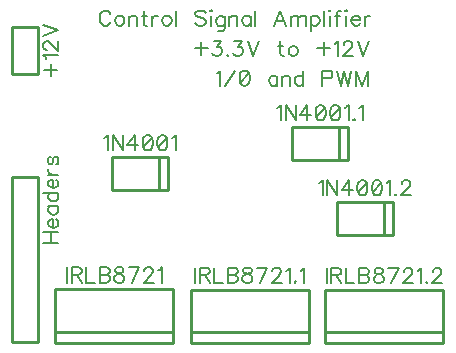
<source format=gto>
G04 DipTrace 3.2.0.1*
G04 TopSilk.gto*
%MOIN*%
G04 #@! TF.FileFunction,Legend,Top*
G04 #@! TF.Part,Single*
%ADD10C,0.009843*%
%ADD41C,0.00772*%
%FSLAX26Y26*%
G04*
G70*
G90*
G75*
G01*
G04 TopSilk*
%LPD*%
X550394Y1425591D2*
D10*
Y1583071D1*
X637008Y1425591D2*
Y1583071D1*
X550394Y1425591D2*
X637008D1*
X550394Y1583071D2*
X637008D1*
X1070785Y1148819D2*
Y1038583D1*
X1068762D2*
X883600D1*
X1040937Y1148819D2*
Y1038583D1*
X883600Y1148819D2*
Y1038583D1*
X1068762Y1148819D2*
X883600D1*
X1670785Y1248819D2*
Y1138583D1*
X1668762D2*
X1483600D1*
X1640937Y1248819D2*
Y1138583D1*
X1483600Y1248819D2*
Y1138583D1*
X1668762Y1248819D2*
X1483600D1*
X1820785Y998819D2*
Y888583D1*
X1818762D2*
X1633600D1*
X1790937Y998819D2*
Y888583D1*
X1633600Y998819D2*
Y888583D1*
X1818762Y998819D2*
X1633600D1*
X637008Y1083071D2*
Y531890D1*
X550394Y1083071D2*
Y531890D1*
X637008Y1083071D2*
X550394D1*
X637008Y531890D2*
X550394D1*
X1087381Y530822D2*
X693680D1*
Y707987D1*
X1087381D1*
Y530822D1*
Y566255D2*
X693680D1*
X1538133Y530070D2*
X1144432D1*
Y707235D1*
X1538133D1*
Y530070D1*
Y565503D2*
X1144432D1*
X1987381Y528942D2*
X1593680D1*
Y706108D1*
X1987381D1*
Y528942D1*
Y564375D2*
X1593680D1*
X657587Y1439278D2*
D41*
X700642D1*
X679142Y1417778D2*
Y1460833D1*
X663584Y1476272D2*
X661152Y1481080D1*
X654022Y1488265D1*
X704207D1*
X665960Y1506137D2*
X663584D1*
X658775Y1508513D1*
X656398Y1510890D1*
X654022Y1515698D1*
Y1525260D1*
X656398Y1530013D1*
X658775Y1532390D1*
X663584Y1534821D1*
X668337D1*
X673145Y1532390D1*
X680275Y1527636D1*
X704207Y1503705D1*
Y1537198D1*
X653967Y1552637D2*
X704207Y1571760D1*
X653967Y1590884D1*
X857415Y1212425D2*
X862223Y1214857D1*
X869408Y1221987D1*
Y1171802D1*
X918341Y1222042D2*
Y1171802D1*
X884847Y1222042D1*
Y1171802D1*
X957712D2*
Y1221987D1*
X933780Y1188549D1*
X969650D1*
X999459Y1221987D2*
X992274Y1219610D1*
X987466Y1212425D1*
X985089Y1200487D1*
Y1193302D1*
X987466Y1181364D1*
X992274Y1174179D1*
X999459Y1171802D1*
X1004212D1*
X1011397Y1174179D1*
X1016150Y1181364D1*
X1018582Y1193302D1*
Y1200487D1*
X1016150Y1212425D1*
X1011397Y1219610D1*
X1004212Y1221987D1*
X999459D1*
X1016150Y1212425D2*
X987466Y1181364D1*
X1048392Y1221987D2*
X1041207Y1219610D1*
X1036398Y1212425D1*
X1034022Y1200487D1*
Y1193302D1*
X1036398Y1181364D1*
X1041207Y1174179D1*
X1048392Y1171802D1*
X1053145D1*
X1060330Y1174179D1*
X1065083Y1181364D1*
X1067515Y1193302D1*
Y1200487D1*
X1065083Y1212425D1*
X1060330Y1219610D1*
X1053145Y1221987D1*
X1048392D1*
X1065083Y1212425D2*
X1036398Y1181364D1*
X1082954Y1212425D2*
X1087763Y1214857D1*
X1094948Y1221987D1*
Y1171802D1*
X1433574Y1312425D2*
X1438383Y1314857D1*
X1445568Y1321987D1*
Y1271802D1*
X1494500Y1322042D2*
Y1271802D1*
X1461007Y1322042D1*
Y1271802D1*
X1533871D2*
Y1321987D1*
X1509940Y1288549D1*
X1545810D1*
X1575619Y1321987D2*
X1568434Y1319610D1*
X1563625Y1312425D1*
X1561249Y1300487D1*
Y1293302D1*
X1563625Y1281364D1*
X1568434Y1274179D1*
X1575619Y1271802D1*
X1580372D1*
X1587557Y1274179D1*
X1592310Y1281364D1*
X1594742Y1293302D1*
Y1300487D1*
X1592310Y1312425D1*
X1587557Y1319610D1*
X1580372Y1321987D1*
X1575619D1*
X1592310Y1312425D2*
X1563625Y1281364D1*
X1624551Y1321987D2*
X1617366Y1319610D1*
X1612558Y1312425D1*
X1610181Y1300487D1*
Y1293302D1*
X1612558Y1281364D1*
X1617366Y1274179D1*
X1624551Y1271802D1*
X1629305D1*
X1636490Y1274179D1*
X1641243Y1281364D1*
X1643675Y1293302D1*
Y1300487D1*
X1641243Y1312425D1*
X1636490Y1319610D1*
X1629305Y1321987D1*
X1624551D1*
X1641243Y1312425D2*
X1612558Y1281364D1*
X1659114Y1312425D2*
X1663922Y1314857D1*
X1671107Y1321987D1*
Y1271802D1*
X1688923Y1276610D2*
X1686547Y1274179D1*
X1688923Y1271802D1*
X1691355Y1274179D1*
X1688923Y1276610D1*
X1706794Y1312425D2*
X1711603Y1314857D1*
X1718788Y1321987D1*
Y1271802D1*
X1572824Y1062425D2*
X1577633Y1064857D1*
X1584818Y1071987D1*
Y1021802D1*
X1633750Y1072042D2*
Y1021802D1*
X1600257Y1072042D1*
Y1021802D1*
X1673121D2*
Y1071987D1*
X1649190Y1038549D1*
X1685060D1*
X1714869Y1071987D2*
X1707684Y1069610D1*
X1702875Y1062425D1*
X1700499Y1050487D1*
Y1043302D1*
X1702875Y1031364D1*
X1707684Y1024179D1*
X1714869Y1021802D1*
X1719622D1*
X1726807Y1024179D1*
X1731560Y1031364D1*
X1733992Y1043302D1*
Y1050487D1*
X1731560Y1062425D1*
X1726807Y1069610D1*
X1719622Y1071987D1*
X1714869D1*
X1731560Y1062425D2*
X1702875Y1031364D1*
X1763802Y1071987D2*
X1756617Y1069610D1*
X1751808Y1062425D1*
X1749431Y1050487D1*
Y1043302D1*
X1751808Y1031364D1*
X1756617Y1024179D1*
X1763802Y1021802D1*
X1768555D1*
X1775740Y1024179D1*
X1780493Y1031364D1*
X1782925Y1043302D1*
Y1050487D1*
X1780493Y1062425D1*
X1775740Y1069610D1*
X1768555Y1071987D1*
X1763802D1*
X1780493Y1062425D2*
X1751808Y1031364D1*
X1798364Y1062425D2*
X1803172Y1064857D1*
X1810358Y1071987D1*
Y1021802D1*
X1828173Y1026610D2*
X1825797Y1024179D1*
X1828173Y1021802D1*
X1830605Y1024179D1*
X1828173Y1026610D1*
X1848476Y1060048D2*
Y1062425D1*
X1850853Y1067234D1*
X1853230Y1069610D1*
X1858038Y1071987D1*
X1867600D1*
X1872353Y1069610D1*
X1874729Y1067234D1*
X1877161Y1062425D1*
Y1057672D1*
X1874729Y1052863D1*
X1869976Y1045734D1*
X1846044Y1021802D1*
X1879538D1*
X653967Y864303D2*
X704207D1*
X653967Y897796D2*
X704207D1*
X677898Y864303D2*
Y897796D1*
X685083Y913235D2*
Y941920D1*
X680275D1*
X675466Y939544D1*
X673090Y937167D1*
X670713Y932359D1*
Y925174D1*
X673090Y920420D1*
X677898Y915612D1*
X685083Y913235D1*
X689837D1*
X697022Y915612D1*
X701775Y920420D1*
X704207Y925174D1*
Y932359D1*
X701775Y937167D1*
X697022Y941920D1*
X670713Y986044D2*
X704207D1*
X677898D2*
X673090Y981291D1*
X670713Y976483D1*
Y969353D1*
X673090Y964545D1*
X677898Y959791D1*
X685083Y957359D1*
X689837D1*
X697022Y959791D1*
X701775Y964544D1*
X704207Y969353D1*
Y976483D1*
X701775Y981291D1*
X697022Y986044D1*
X653967Y1030168D2*
X704207D1*
X677898D2*
X673090Y1025415D1*
X670713Y1020607D1*
Y1013422D1*
X673090Y1008669D1*
X677898Y1003860D1*
X685083Y1001484D1*
X689837D1*
X697022Y1003860D1*
X701775Y1008669D1*
X704207Y1013422D1*
Y1020607D1*
X701775Y1025415D1*
X697022Y1030168D1*
X685083Y1045608D2*
Y1074293D1*
X680275D1*
X675466Y1071916D1*
X673090Y1069539D1*
X670713Y1064731D1*
Y1057546D1*
X673090Y1052793D1*
X677898Y1047984D1*
X685083Y1045608D1*
X689837D1*
X697022Y1047984D1*
X701775Y1052793D1*
X704207Y1057546D1*
Y1064731D1*
X701775Y1069539D1*
X697022Y1074293D1*
X670713Y1089732D2*
X704207D1*
X685083D2*
X677898Y1092164D1*
X673090Y1096917D1*
X670713Y1101725D1*
Y1108910D1*
X677898Y1150658D2*
X673090Y1148281D1*
X670713Y1141096D1*
Y1133911D1*
X673090Y1126726D1*
X677898Y1124350D1*
X682651Y1126726D1*
X685083Y1131535D1*
X687460Y1143473D1*
X689837Y1148281D1*
X694645Y1150658D1*
X697022D1*
X701775Y1148281D1*
X704207Y1141096D1*
Y1133911D1*
X701775Y1126726D1*
X697022Y1124350D1*
X732448Y781210D2*
Y730970D1*
X747887Y757278D2*
X769387D1*
X776572Y759710D1*
X779004Y762087D1*
X781381Y766840D1*
Y771648D1*
X779004Y776402D1*
X776572Y778833D1*
X769387Y781210D1*
X747887D1*
Y730970D1*
X764634Y757278D2*
X781381Y730970D1*
X796820Y781210D2*
Y730970D1*
X825505D1*
X840944Y781210D2*
Y730970D1*
X862499D1*
X869684Y733402D1*
X872061Y735778D1*
X874437Y740532D1*
Y747717D1*
X872061Y752525D1*
X869684Y754902D1*
X862499Y757278D1*
X869684Y759710D1*
X872061Y762087D1*
X874437Y766840D1*
Y771648D1*
X872061Y776402D1*
X869684Y778833D1*
X862499Y781210D1*
X840944D1*
Y757278D2*
X862499D1*
X901815Y781155D2*
X894685Y778778D1*
X892253Y774025D1*
Y769216D1*
X894685Y764463D1*
X899438Y762031D1*
X909000Y759655D1*
X916185Y757278D1*
X920938Y752470D1*
X923315Y747717D1*
Y740532D1*
X920938Y735778D1*
X918561Y733347D1*
X911376Y730970D1*
X901815D1*
X894685Y733347D1*
X892253Y735778D1*
X889876Y740532D1*
Y747717D1*
X892253Y752470D1*
X897062Y757278D1*
X904191Y759655D1*
X913753Y762031D1*
X918561Y764463D1*
X920938Y769216D1*
Y774025D1*
X918561Y778778D1*
X911376Y781155D1*
X901815D1*
X948315Y730970D2*
X972247Y781155D1*
X938754D1*
X990118Y769216D2*
Y771593D1*
X992495Y776402D1*
X994871Y778778D1*
X999680Y781155D1*
X1009241D1*
X1013995Y778778D1*
X1016371Y776402D1*
X1018803Y771593D1*
Y766840D1*
X1016371Y762031D1*
X1011618Y754902D1*
X987686Y730970D1*
X1021180D1*
X1036619Y771593D2*
X1041427Y774025D1*
X1048612Y781155D1*
Y730970D1*
X1159360Y780458D2*
Y730218D1*
X1174799Y756526D2*
X1196299D1*
X1203484Y758958D1*
X1205916Y761335D1*
X1208292Y766088D1*
Y770896D1*
X1205916Y775650D1*
X1203484Y778081D1*
X1196299Y780458D1*
X1174799D1*
Y730218D1*
X1191546Y756526D2*
X1208292Y730218D1*
X1223732Y780458D2*
Y730218D1*
X1252416D1*
X1267856Y780458D2*
Y730218D1*
X1289411D1*
X1296596Y732650D1*
X1298972Y735026D1*
X1301349Y739780D1*
Y746965D1*
X1298972Y751773D1*
X1296596Y754150D1*
X1289411Y756526D1*
X1296596Y758958D1*
X1298972Y761335D1*
X1301349Y766088D1*
Y770896D1*
X1298972Y775650D1*
X1296596Y778081D1*
X1289411Y780458D1*
X1267856D1*
Y756526D2*
X1289411D1*
X1328726Y780403D2*
X1321597Y778026D1*
X1319165Y773273D1*
Y768464D1*
X1321597Y763711D1*
X1326350Y761279D1*
X1335911Y758903D1*
X1343097Y756526D1*
X1347850Y751718D1*
X1350226Y746965D1*
Y739780D1*
X1347850Y735026D1*
X1345473Y732595D1*
X1338288Y730218D1*
X1328726D1*
X1321597Y732595D1*
X1319165Y735026D1*
X1316788Y739780D1*
Y746965D1*
X1319165Y751718D1*
X1323973Y756526D1*
X1331103Y758903D1*
X1340665Y761279D1*
X1345473Y763711D1*
X1347850Y768464D1*
Y773273D1*
X1345473Y778026D1*
X1338288Y780403D1*
X1328726D1*
X1375227Y730218D2*
X1399159Y780403D1*
X1365666D1*
X1417030Y768464D2*
Y770841D1*
X1419407Y775650D1*
X1421783Y778026D1*
X1426592Y780403D1*
X1436153D1*
X1440906Y778026D1*
X1443283Y775650D1*
X1445715Y770841D1*
Y766088D1*
X1443283Y761279D1*
X1438530Y754150D1*
X1414598Y730218D1*
X1448091D1*
X1463531Y770841D2*
X1468339Y773273D1*
X1475524Y780403D1*
Y730218D1*
X1493340Y735026D2*
X1490963Y732595D1*
X1493340Y730218D1*
X1495772Y732595D1*
X1493340Y735026D1*
X1511211Y770841D2*
X1516020Y773273D1*
X1523205Y780403D1*
Y730218D1*
X1597858Y779331D2*
Y729091D1*
X1613297Y755399D2*
X1634797D1*
X1641982Y757831D1*
X1644414Y760207D1*
X1646790Y764961D1*
Y769769D1*
X1644414Y774522D1*
X1641982Y776954D1*
X1634797Y779331D1*
X1613297D1*
Y729091D1*
X1630044Y755399D2*
X1646790Y729091D1*
X1662230Y779331D2*
Y729091D1*
X1690915D1*
X1706354Y779331D2*
Y729091D1*
X1727909D1*
X1735094Y731523D1*
X1737470Y733899D1*
X1739847Y738652D1*
Y745837D1*
X1737470Y750646D1*
X1735094Y753022D1*
X1727909Y755399D1*
X1735094Y757831D1*
X1737470Y760207D1*
X1739847Y764961D1*
Y769769D1*
X1737470Y774522D1*
X1735094Y776954D1*
X1727909Y779331D1*
X1706354D1*
Y755399D2*
X1727909D1*
X1767225Y779275D2*
X1760095Y776899D1*
X1757663Y772146D1*
Y767337D1*
X1760095Y762584D1*
X1764848Y760152D1*
X1774410Y757776D1*
X1781595Y755399D1*
X1786348Y750591D1*
X1788724Y745837D1*
Y738652D1*
X1786348Y733899D1*
X1783971Y731467D1*
X1776786Y729091D1*
X1767225D1*
X1760095Y731467D1*
X1757663Y733899D1*
X1755286Y738652D1*
Y745837D1*
X1757663Y750591D1*
X1762471Y755399D1*
X1769601Y757776D1*
X1779163Y760152D1*
X1783971Y762584D1*
X1786348Y767337D1*
Y772146D1*
X1783971Y776899D1*
X1776786Y779275D1*
X1767225D1*
X1813725Y729091D2*
X1837657Y779275D1*
X1804164D1*
X1855528Y767337D2*
Y769714D1*
X1857905Y774522D1*
X1860281Y776899D1*
X1865090Y779275D1*
X1874651D1*
X1879405Y776899D1*
X1881781Y774522D1*
X1884213Y769714D1*
Y764961D1*
X1881781Y760152D1*
X1877028Y753022D1*
X1853096Y729091D1*
X1886590D1*
X1902029Y769714D2*
X1906837Y772146D1*
X1914022Y779275D1*
Y729091D1*
X1931838Y733899D2*
X1929462Y731467D1*
X1931838Y729091D1*
X1934270Y731467D1*
X1931838Y733899D1*
X1952141Y767337D2*
Y769714D1*
X1954518Y774522D1*
X1956894Y776899D1*
X1961703Y779275D1*
X1971264D1*
X1976018Y776899D1*
X1978394Y774522D1*
X1980826Y769714D1*
Y764961D1*
X1978394Y760152D1*
X1973641Y753022D1*
X1949709Y729091D1*
X1983203D1*
X1179543Y1532663D2*
Y1489608D1*
X1158044Y1511108D2*
X1201099D1*
X1221346Y1536228D2*
X1247599D1*
X1233284Y1517104D1*
X1240469D1*
X1245223Y1514728D1*
X1247599Y1512351D1*
X1250031Y1505166D1*
Y1500413D1*
X1247599Y1493228D1*
X1242846Y1488419D1*
X1235661Y1486043D1*
X1228476D1*
X1221346Y1488419D1*
X1218970Y1490851D1*
X1216538Y1495604D1*
X1267847Y1490851D2*
X1265470Y1488419D1*
X1267847Y1486043D1*
X1270279Y1488419D1*
X1267847Y1490851D1*
X1290526Y1536228D2*
X1316780D1*
X1302465Y1517104D1*
X1309650D1*
X1314403Y1514728D1*
X1316780Y1512351D1*
X1319211Y1505166D1*
Y1500413D1*
X1316780Y1493228D1*
X1312026Y1488419D1*
X1304841Y1486043D1*
X1297656D1*
X1290526Y1488419D1*
X1288150Y1490851D1*
X1285718Y1495604D1*
X1334651Y1536283D2*
X1353774Y1486043D1*
X1372897Y1536283D1*
X1444122D2*
Y1495604D1*
X1446499Y1488475D1*
X1451307Y1486043D1*
X1456061D1*
X1436937Y1519536D2*
X1453684D1*
X1483438D2*
X1478685Y1517160D1*
X1473876Y1512351D1*
X1471500Y1505166D1*
Y1500413D1*
X1473876Y1493228D1*
X1478685Y1488475D1*
X1483438Y1486043D1*
X1490623D1*
X1495432Y1488475D1*
X1500185Y1493228D1*
X1502617Y1500413D1*
Y1505166D1*
X1500185Y1512351D1*
X1495432Y1517160D1*
X1490623Y1519536D1*
X1483438D1*
X1588157Y1532663D2*
Y1489608D1*
X1566657Y1511108D2*
X1609712D1*
X1625151Y1526666D2*
X1629959Y1529098D1*
X1637145Y1536228D1*
Y1486043D1*
X1655016Y1524289D2*
Y1526666D1*
X1657392Y1531474D1*
X1659769Y1533851D1*
X1664577Y1536228D1*
X1674139D1*
X1678892Y1533851D1*
X1681269Y1531474D1*
X1683701Y1526666D1*
Y1521913D1*
X1681269Y1517104D1*
X1676515Y1509974D1*
X1652584Y1486043D1*
X1686077D1*
X1701516Y1536283D2*
X1720640Y1486043D1*
X1739763Y1536283D1*
X877368Y1625586D2*
X874991Y1630339D1*
X870182Y1635148D1*
X865429Y1637524D1*
X855868D1*
X851059Y1635148D1*
X846306Y1630339D1*
X843874Y1625586D1*
X841498Y1618401D1*
Y1606408D1*
X843874Y1599278D1*
X846306Y1594469D1*
X851059Y1589716D1*
X855868Y1587284D1*
X865429D1*
X870182Y1589716D1*
X874991Y1594469D1*
X877368Y1599278D1*
X904745Y1620778D2*
X899992Y1618401D1*
X895183Y1613593D1*
X892807Y1606408D1*
Y1601654D1*
X895183Y1594469D1*
X899992Y1589716D1*
X904745Y1587284D1*
X911930D1*
X916738Y1589716D1*
X921492Y1594469D1*
X923924Y1601654D1*
Y1606408D1*
X921492Y1613593D1*
X916738Y1618401D1*
X911930Y1620778D1*
X904745D1*
X939363D2*
Y1587284D1*
Y1611216D2*
X946548Y1618401D1*
X951356Y1620778D1*
X958486D1*
X963294Y1618401D1*
X965671Y1611216D1*
Y1587284D1*
X988295Y1637524D2*
Y1596846D1*
X990672Y1589716D1*
X995480Y1587284D1*
X1000234D1*
X981110Y1620778D2*
X997857D1*
X1015673D2*
Y1587284D1*
Y1606408D2*
X1018105Y1613593D1*
X1022858Y1618401D1*
X1027666Y1620778D1*
X1034851D1*
X1062229D2*
X1057476Y1618401D1*
X1052667Y1613593D1*
X1050291Y1606408D1*
Y1601654D1*
X1052667Y1594469D1*
X1057476Y1589716D1*
X1062229Y1587284D1*
X1069414D1*
X1074222Y1589716D1*
X1078975Y1594469D1*
X1081407Y1601654D1*
Y1606408D1*
X1078975Y1613593D1*
X1074222Y1618401D1*
X1069414Y1620778D1*
X1062229D1*
X1096847Y1637524D2*
Y1587284D1*
X1194380Y1630339D2*
X1189627Y1635148D1*
X1182442Y1637524D1*
X1172880D1*
X1165695Y1635148D1*
X1160887Y1630339D1*
Y1625586D1*
X1163319Y1620778D1*
X1165695Y1618401D1*
X1170448Y1616024D1*
X1184819Y1611216D1*
X1189627Y1608839D1*
X1192004Y1606408D1*
X1194380Y1601654D1*
Y1594469D1*
X1189627Y1589716D1*
X1182442Y1587284D1*
X1172880D1*
X1165695Y1589716D1*
X1160887Y1594469D1*
X1209819Y1637524D2*
X1212196Y1635148D1*
X1214628Y1637524D1*
X1212196Y1639956D1*
X1209819Y1637524D1*
X1212196Y1620778D2*
Y1587284D1*
X1258752Y1618401D2*
Y1580099D1*
X1256375Y1572969D1*
X1253999Y1570538D1*
X1249190Y1568161D1*
X1242005D1*
X1237252Y1570538D1*
X1258752Y1611216D2*
X1253999Y1615969D1*
X1249190Y1618401D1*
X1242005D1*
X1237252Y1615969D1*
X1232444Y1611216D1*
X1230067Y1604031D1*
Y1599222D1*
X1232444Y1592093D1*
X1237252Y1587284D1*
X1242005Y1584908D1*
X1249190D1*
X1253999Y1587284D1*
X1258752Y1592093D1*
X1274191Y1620778D2*
Y1587284D1*
Y1611216D2*
X1281376Y1618401D1*
X1286185Y1620778D1*
X1293314D1*
X1298123Y1618401D1*
X1300500Y1611216D1*
Y1587284D1*
X1344624Y1620778D2*
Y1587284D1*
Y1613593D2*
X1339870Y1618401D1*
X1335062Y1620778D1*
X1327932D1*
X1323124Y1618401D1*
X1318371Y1613593D1*
X1315939Y1606408D1*
Y1601654D1*
X1318371Y1594469D1*
X1323124Y1589716D1*
X1327932Y1587284D1*
X1335062D1*
X1339870Y1589716D1*
X1344624Y1594469D1*
X1360063Y1637524D2*
Y1587284D1*
X1462405D2*
X1443226Y1637524D1*
X1424103Y1587284D1*
X1431288Y1604031D2*
X1455220D1*
X1477844Y1620778D2*
Y1587284D1*
Y1611216D2*
X1485029Y1618401D1*
X1489838Y1620778D1*
X1496967D1*
X1501776Y1618401D1*
X1504152Y1611216D1*
Y1587284D1*
Y1611216D2*
X1511337Y1618401D1*
X1516146Y1620778D1*
X1523276D1*
X1528084Y1618401D1*
X1530516Y1611216D1*
Y1587284D1*
X1545955Y1620778D2*
Y1570538D1*
Y1613593D2*
X1550764Y1618346D1*
X1555517Y1620778D1*
X1562702D1*
X1567510Y1618346D1*
X1572264Y1613593D1*
X1574695Y1606408D1*
Y1601599D1*
X1572264Y1594469D1*
X1567510Y1589661D1*
X1562702Y1587284D1*
X1555517D1*
X1550764Y1589661D1*
X1545955Y1594469D1*
X1590135Y1637524D2*
Y1587284D1*
X1605574Y1637524D2*
X1607950Y1635148D1*
X1610382Y1637524D1*
X1607950Y1639956D1*
X1605574Y1637524D1*
X1607950Y1620778D2*
Y1587284D1*
X1644945Y1637524D2*
X1640192D1*
X1635383Y1635148D1*
X1633007Y1627963D1*
Y1587284D1*
X1625822Y1620778D2*
X1642568D1*
X1660384Y1637524D2*
X1662761Y1635148D1*
X1665193Y1637524D1*
X1662761Y1639956D1*
X1660384Y1637524D1*
X1662761Y1620778D2*
Y1587284D1*
X1680632Y1606408D2*
X1709317D1*
Y1611216D1*
X1706940Y1616024D1*
X1704564Y1618401D1*
X1699755Y1620778D1*
X1692570D1*
X1687817Y1618401D1*
X1683008Y1613593D1*
X1680632Y1606408D1*
Y1601654D1*
X1683008Y1594469D1*
X1687817Y1589716D1*
X1692570Y1587284D1*
X1699755D1*
X1704564Y1589716D1*
X1709317Y1594469D1*
X1724756Y1620778D2*
Y1587284D1*
Y1606408D2*
X1727188Y1613593D1*
X1731941Y1618401D1*
X1736749Y1620778D1*
X1743934D1*
X1231570Y1427907D2*
X1236378Y1430339D1*
X1243563Y1437469D1*
Y1387284D1*
X1259003D2*
X1292496Y1437469D1*
X1322305D2*
X1315120Y1435092D1*
X1310312Y1427907D1*
X1307935Y1415969D1*
Y1408784D1*
X1310312Y1396846D1*
X1315120Y1389661D1*
X1322305Y1387284D1*
X1327058D1*
X1334243Y1389661D1*
X1338997Y1396846D1*
X1341428Y1408784D1*
Y1415969D1*
X1338997Y1427907D1*
X1334243Y1435092D1*
X1327058Y1437469D1*
X1322305D1*
X1338997Y1427907D2*
X1310312Y1396846D1*
X1434154Y1420778D2*
Y1387284D1*
Y1413593D2*
X1429400Y1418401D1*
X1424592Y1420778D1*
X1417462D1*
X1412654Y1418401D1*
X1407901Y1413593D1*
X1405469Y1406408D1*
Y1401654D1*
X1407901Y1394469D1*
X1412654Y1389716D1*
X1417462Y1387284D1*
X1424592D1*
X1429400Y1389716D1*
X1434154Y1394469D1*
X1449593Y1420778D2*
Y1387284D1*
Y1411216D2*
X1456778Y1418401D1*
X1461586Y1420778D1*
X1468716D1*
X1473524Y1418401D1*
X1475901Y1411216D1*
Y1387284D1*
X1520025Y1437524D2*
Y1387284D1*
Y1413593D2*
X1515272Y1418401D1*
X1510464Y1420778D1*
X1503279D1*
X1498525Y1418401D1*
X1493717Y1413593D1*
X1491340Y1406408D1*
Y1401654D1*
X1493717Y1394469D1*
X1498525Y1389716D1*
X1503279Y1387284D1*
X1510464D1*
X1515272Y1389716D1*
X1520025Y1394469D1*
X1584065Y1411216D2*
X1605621D1*
X1612750Y1413593D1*
X1615182Y1416024D1*
X1617559Y1420778D1*
Y1427963D1*
X1615182Y1432716D1*
X1612750Y1435148D1*
X1605621Y1437524D1*
X1584065D1*
Y1387284D1*
X1632998Y1437524D2*
X1644992Y1387284D1*
X1656930Y1437524D1*
X1668868Y1387284D1*
X1680861Y1437524D1*
X1734547Y1387284D2*
Y1437524D1*
X1715424Y1387284D1*
X1696301Y1437524D1*
Y1387284D1*
M02*

</source>
